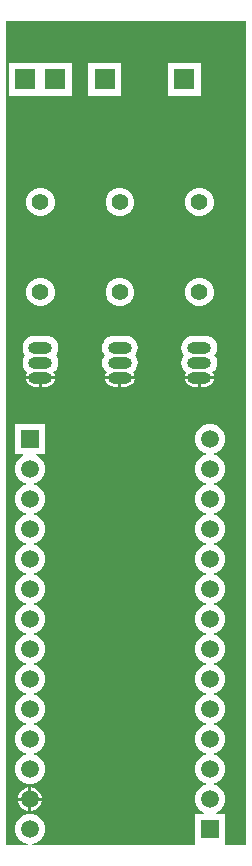
<source format=gtl>
G04*
G04 #@! TF.GenerationSoftware,Altium Limited,Altium Designer,21.8.1 (53)*
G04*
G04 Layer_Physical_Order=1*
G04 Layer_Color=255*
%FSLAX43Y43*%
%MOMM*%
G71*
G04*
G04 #@! TF.SameCoordinates,66F54AA5-4339-448A-9D2F-A4C3E20FB0C7*
G04*
G04*
G04 #@! TF.FilePolarity,Positive*
G04*
G01*
G75*
%ADD21R,1.500X1.500*%
%ADD22C,1.500*%
%ADD23O,2.000X1.000*%
%ADD24O,2.000X1.000*%
%ADD25C,1.400*%
%ADD26R,1.778X1.778*%
G36*
X20943Y647D02*
X19166D01*
X19165Y774D01*
Y3290D01*
X18457D01*
X18422Y3417D01*
X18679Y3565D01*
X18914Y3800D01*
X19079Y4086D01*
X19165Y4406D01*
Y4738D01*
X19079Y5058D01*
X18914Y5344D01*
X18679Y5579D01*
X18393Y5744D01*
X18273Y5776D01*
Y5908D01*
X18393Y5940D01*
X18679Y6105D01*
X18914Y6340D01*
X19079Y6626D01*
X19165Y6946D01*
Y7278D01*
X19079Y7598D01*
X18914Y7884D01*
X18679Y8119D01*
X18393Y8284D01*
X18273Y8316D01*
Y8448D01*
X18393Y8480D01*
X18679Y8645D01*
X18914Y8880D01*
X19079Y9166D01*
X19165Y9486D01*
Y9818D01*
X19079Y10138D01*
X18914Y10424D01*
X18679Y10659D01*
X18393Y10824D01*
X18273Y10856D01*
Y10988D01*
X18393Y11020D01*
X18679Y11185D01*
X18914Y11420D01*
X19079Y11706D01*
X19165Y12026D01*
Y12358D01*
X19079Y12678D01*
X18914Y12964D01*
X18679Y13199D01*
X18393Y13364D01*
X18273Y13396D01*
Y13528D01*
X18393Y13560D01*
X18679Y13725D01*
X18914Y13960D01*
X19079Y14246D01*
X19165Y14566D01*
Y14898D01*
X19079Y15218D01*
X18914Y15504D01*
X18679Y15739D01*
X18393Y15904D01*
X18273Y15936D01*
Y16068D01*
X18393Y16100D01*
X18679Y16265D01*
X18914Y16500D01*
X19079Y16786D01*
X19165Y17106D01*
Y17438D01*
X19079Y17758D01*
X18914Y18044D01*
X18679Y18279D01*
X18393Y18444D01*
X18273Y18476D01*
Y18608D01*
X18393Y18640D01*
X18679Y18805D01*
X18914Y19040D01*
X19079Y19326D01*
X19165Y19646D01*
Y19978D01*
X19079Y20298D01*
X18914Y20584D01*
X18679Y20819D01*
X18393Y20984D01*
X18273Y21016D01*
Y21148D01*
X18393Y21180D01*
X18679Y21345D01*
X18914Y21580D01*
X19079Y21866D01*
X19165Y22186D01*
Y22518D01*
X19079Y22838D01*
X18914Y23124D01*
X18679Y23359D01*
X18393Y23524D01*
X18273Y23556D01*
Y23688D01*
X18393Y23720D01*
X18679Y23885D01*
X18914Y24120D01*
X19079Y24406D01*
X19165Y24726D01*
Y25058D01*
X19079Y25378D01*
X18914Y25664D01*
X18679Y25899D01*
X18393Y26064D01*
X18273Y26096D01*
Y26228D01*
X18393Y26260D01*
X18679Y26425D01*
X18914Y26660D01*
X19079Y26946D01*
X19165Y27266D01*
Y27598D01*
X19079Y27918D01*
X18914Y28204D01*
X18679Y28439D01*
X18393Y28604D01*
X18273Y28636D01*
Y28768D01*
X18393Y28800D01*
X18679Y28965D01*
X18914Y29200D01*
X19079Y29486D01*
X19165Y29806D01*
Y30138D01*
X19079Y30458D01*
X18914Y30744D01*
X18679Y30979D01*
X18393Y31144D01*
X18273Y31176D01*
Y31308D01*
X18393Y31340D01*
X18679Y31505D01*
X18914Y31740D01*
X19079Y32026D01*
X19165Y32346D01*
Y32678D01*
X19079Y32998D01*
X18914Y33284D01*
X18679Y33519D01*
X18393Y33684D01*
X18273Y33716D01*
Y33848D01*
X18393Y33880D01*
X18679Y34045D01*
X18914Y34280D01*
X19079Y34566D01*
X19165Y34886D01*
Y35218D01*
X19079Y35538D01*
X18914Y35824D01*
X18679Y36059D01*
X18393Y36224D01*
X18073Y36310D01*
X17741D01*
X17421Y36224D01*
X17135Y36059D01*
X16900Y35824D01*
X16735Y35538D01*
X16649Y35218D01*
Y34886D01*
X16735Y34566D01*
X16900Y34280D01*
X17135Y34045D01*
X17421Y33880D01*
X17541Y33848D01*
Y33716D01*
X17421Y33684D01*
X17135Y33519D01*
X16900Y33284D01*
X16735Y32998D01*
X16649Y32678D01*
Y32346D01*
X16735Y32026D01*
X16900Y31740D01*
X17135Y31505D01*
X17421Y31340D01*
X17541Y31308D01*
Y31176D01*
X17421Y31144D01*
X17135Y30979D01*
X16900Y30744D01*
X16735Y30458D01*
X16649Y30138D01*
Y29806D01*
X16735Y29486D01*
X16900Y29200D01*
X17135Y28965D01*
X17421Y28800D01*
X17541Y28768D01*
Y28636D01*
X17421Y28604D01*
X17135Y28439D01*
X16900Y28204D01*
X16735Y27918D01*
X16649Y27598D01*
Y27266D01*
X16735Y26946D01*
X16900Y26660D01*
X17135Y26425D01*
X17421Y26260D01*
X17541Y26228D01*
Y26096D01*
X17421Y26064D01*
X17135Y25899D01*
X16900Y25664D01*
X16735Y25378D01*
X16649Y25058D01*
Y24726D01*
X16735Y24406D01*
X16900Y24120D01*
X17135Y23885D01*
X17421Y23720D01*
X17541Y23688D01*
Y23556D01*
X17421Y23524D01*
X17135Y23359D01*
X16900Y23124D01*
X16735Y22838D01*
X16649Y22518D01*
Y22186D01*
X16735Y21866D01*
X16900Y21580D01*
X17135Y21345D01*
X17421Y21180D01*
X17541Y21148D01*
Y21016D01*
X17421Y20984D01*
X17135Y20819D01*
X16900Y20584D01*
X16735Y20298D01*
X16649Y19978D01*
Y19646D01*
X16735Y19326D01*
X16900Y19040D01*
X17135Y18805D01*
X17421Y18640D01*
X17541Y18608D01*
Y18476D01*
X17421Y18444D01*
X17135Y18279D01*
X16900Y18044D01*
X16735Y17758D01*
X16649Y17438D01*
Y17106D01*
X16735Y16786D01*
X16900Y16500D01*
X17135Y16265D01*
X17421Y16100D01*
X17541Y16068D01*
Y15936D01*
X17421Y15904D01*
X17135Y15739D01*
X16900Y15504D01*
X16735Y15218D01*
X16649Y14898D01*
Y14566D01*
X16735Y14246D01*
X16900Y13960D01*
X17135Y13725D01*
X17421Y13560D01*
X17541Y13528D01*
Y13396D01*
X17421Y13364D01*
X17135Y13199D01*
X16900Y12964D01*
X16735Y12678D01*
X16649Y12358D01*
Y12026D01*
X16735Y11706D01*
X16900Y11420D01*
X17135Y11185D01*
X17421Y11020D01*
X17541Y10988D01*
Y10856D01*
X17421Y10824D01*
X17135Y10659D01*
X16900Y10424D01*
X16735Y10138D01*
X16649Y9818D01*
Y9486D01*
X16735Y9166D01*
X16900Y8880D01*
X17135Y8645D01*
X17421Y8480D01*
X17541Y8448D01*
Y8316D01*
X17421Y8284D01*
X17135Y8119D01*
X16900Y7884D01*
X16735Y7598D01*
X16649Y7278D01*
Y6946D01*
X16735Y6626D01*
X16900Y6340D01*
X17135Y6105D01*
X17421Y5940D01*
X17541Y5908D01*
Y5776D01*
X17421Y5744D01*
X17135Y5579D01*
X16900Y5344D01*
X16735Y5058D01*
X16649Y4738D01*
Y4406D01*
X16735Y4086D01*
X16900Y3800D01*
X17135Y3565D01*
X17392Y3417D01*
X17357Y3290D01*
X16649D01*
Y774D01*
X16648Y647D01*
X2834D01*
X2833Y774D01*
X3153Y860D01*
X3439Y1025D01*
X3674Y1260D01*
X3839Y1546D01*
X3925Y1866D01*
Y2198D01*
X3839Y2518D01*
X3674Y2804D01*
X3439Y3039D01*
X3153Y3204D01*
X2833Y3290D01*
X2501D01*
X2181Y3204D01*
X1895Y3039D01*
X1660Y2804D01*
X1495Y2518D01*
X1409Y2198D01*
Y1866D01*
X1495Y1546D01*
X1660Y1260D01*
X1895Y1025D01*
X2181Y860D01*
X2501Y774D01*
X2500Y647D01*
X647D01*
Y70473D01*
X20943D01*
X20943Y647D01*
D02*
G37*
%LPC*%
G36*
X17140Y66929D02*
X14347D01*
Y64135D01*
X17140D01*
Y66929D01*
D02*
G37*
G36*
X10414D02*
X7620D01*
Y64135D01*
X10414D01*
Y66929D01*
D02*
G37*
G36*
X6227D02*
X893D01*
Y64135D01*
X6227D01*
Y66929D01*
D02*
G37*
G36*
X17173Y56326D02*
X16854D01*
X16547Y56244D01*
X16272Y56085D01*
X16047Y55860D01*
X15888Y55584D01*
X15806Y55277D01*
Y54959D01*
X15888Y54652D01*
X16047Y54376D01*
X16272Y54151D01*
X16547Y53992D01*
X16854Y53910D01*
X17173D01*
X17480Y53992D01*
X17755Y54151D01*
X17980Y54376D01*
X18139Y54652D01*
X18222Y54959D01*
Y55277D01*
X18139Y55584D01*
X17980Y55860D01*
X17755Y56085D01*
X17480Y56244D01*
X17173Y56326D01*
D02*
G37*
G36*
X10446D02*
X10128D01*
X9821Y56244D01*
X9545Y56085D01*
X9320Y55860D01*
X9161Y55584D01*
X9079Y55277D01*
Y54959D01*
X9161Y54652D01*
X9320Y54376D01*
X9545Y54151D01*
X9821Y53992D01*
X10128Y53910D01*
X10446D01*
X10753Y53992D01*
X11029Y54151D01*
X11254Y54376D01*
X11413Y54652D01*
X11495Y54959D01*
Y55277D01*
X11413Y55584D01*
X11254Y55860D01*
X11029Y56085D01*
X10753Y56244D01*
X10446Y56326D01*
D02*
G37*
G36*
X3720D02*
X3401D01*
X3094Y56244D01*
X2819Y56085D01*
X2594Y55860D01*
X2435Y55584D01*
X2352Y55277D01*
Y54959D01*
X2435Y54652D01*
X2594Y54376D01*
X2819Y54151D01*
X3094Y53992D01*
X3401Y53910D01*
X3720D01*
X4027Y53992D01*
X4302Y54151D01*
X4527Y54376D01*
X4686Y54652D01*
X4768Y54959D01*
Y55277D01*
X4686Y55584D01*
X4527Y55860D01*
X4302Y56085D01*
X4027Y56244D01*
X3720Y56326D01*
D02*
G37*
G36*
X17173Y48706D02*
X16854D01*
X16547Y48624D01*
X16272Y48465D01*
X16047Y48240D01*
X15888Y47964D01*
X15806Y47657D01*
Y47339D01*
X15888Y47032D01*
X16047Y46756D01*
X16272Y46531D01*
X16547Y46372D01*
X16854Y46290D01*
X17173D01*
X17480Y46372D01*
X17755Y46531D01*
X17980Y46756D01*
X18139Y47032D01*
X18222Y47339D01*
Y47657D01*
X18139Y47964D01*
X17980Y48240D01*
X17755Y48465D01*
X17480Y48624D01*
X17173Y48706D01*
D02*
G37*
G36*
X10446D02*
X10128D01*
X9821Y48624D01*
X9545Y48465D01*
X9320Y48240D01*
X9161Y47964D01*
X9079Y47657D01*
Y47339D01*
X9161Y47032D01*
X9320Y46756D01*
X9545Y46531D01*
X9821Y46372D01*
X10128Y46290D01*
X10446D01*
X10753Y46372D01*
X11029Y46531D01*
X11254Y46756D01*
X11413Y47032D01*
X11495Y47339D01*
Y47657D01*
X11413Y47964D01*
X11254Y48240D01*
X11029Y48465D01*
X10753Y48624D01*
X10446Y48706D01*
D02*
G37*
G36*
X3720D02*
X3401D01*
X3094Y48624D01*
X2819Y48465D01*
X2594Y48240D01*
X2435Y47964D01*
X2352Y47657D01*
Y47339D01*
X2435Y47032D01*
X2594Y46756D01*
X2819Y46531D01*
X3094Y46372D01*
X3401Y46290D01*
X3720D01*
X4027Y46372D01*
X4302Y46531D01*
X4527Y46756D01*
X4686Y47032D01*
X4768Y47339D01*
Y47657D01*
X4686Y47964D01*
X4527Y48240D01*
X4302Y48465D01*
X4027Y48624D01*
X3720Y48706D01*
D02*
G37*
G36*
X17514Y43816D02*
X16514D01*
X16250Y43781D01*
X16005Y43679D01*
X15795Y43518D01*
X15633Y43307D01*
X15531Y43062D01*
X15497Y42799D01*
X15531Y42536D01*
X15633Y42291D01*
X15730Y42164D01*
X15633Y42037D01*
X15531Y41792D01*
X15497Y41529D01*
X15531Y41266D01*
X15633Y41021D01*
X15795Y40810D01*
X15915Y40718D01*
X15855Y40639D01*
X15779Y40456D01*
X15770Y40386D01*
X18257D01*
X18248Y40456D01*
X18172Y40639D01*
X18112Y40718D01*
X18232Y40810D01*
X18394Y41021D01*
X18496Y41266D01*
X18530Y41529D01*
X18496Y41792D01*
X18394Y42037D01*
X18297Y42164D01*
X18394Y42291D01*
X18496Y42536D01*
X18530Y42799D01*
X18496Y43062D01*
X18394Y43307D01*
X18232Y43518D01*
X18022Y43679D01*
X17777Y43781D01*
X17514Y43816D01*
D02*
G37*
G36*
X10787D02*
X9787D01*
X9524Y43781D01*
X9279Y43679D01*
X9068Y43518D01*
X8907Y43307D01*
X8805Y43062D01*
X8770Y42799D01*
X8805Y42536D01*
X8907Y42291D01*
X9004Y42164D01*
X8907Y42037D01*
X8805Y41792D01*
X8770Y41529D01*
X8805Y41266D01*
X8907Y41021D01*
X9068Y40810D01*
X9189Y40718D01*
X9128Y40639D01*
X9052Y40456D01*
X9043Y40386D01*
X11531D01*
X11522Y40456D01*
X11446Y40639D01*
X11385Y40718D01*
X11506Y40810D01*
X11667Y41021D01*
X11769Y41266D01*
X11804Y41529D01*
X11769Y41792D01*
X11667Y42037D01*
X11570Y42164D01*
X11667Y42291D01*
X11769Y42536D01*
X11804Y42799D01*
X11769Y43062D01*
X11667Y43307D01*
X11506Y43518D01*
X11295Y43679D01*
X11050Y43781D01*
X10787Y43816D01*
D02*
G37*
G36*
X4061D02*
X3060D01*
X2797Y43781D01*
X2552Y43679D01*
X2342Y43518D01*
X2180Y43307D01*
X2078Y43062D01*
X2044Y42799D01*
X2078Y42536D01*
X2180Y42291D01*
X2277Y42164D01*
X2180Y42037D01*
X2078Y41792D01*
X2044Y41529D01*
X2078Y41266D01*
X2180Y41021D01*
X2342Y40810D01*
X2462Y40718D01*
X2402Y40639D01*
X2326Y40456D01*
X2317Y40386D01*
X4804D01*
X4795Y40456D01*
X4719Y40639D01*
X4659Y40718D01*
X4779Y40810D01*
X4941Y41021D01*
X5043Y41266D01*
X5077Y41529D01*
X5043Y41792D01*
X4941Y42037D01*
X4844Y42164D01*
X4941Y42291D01*
X5043Y42536D01*
X5077Y42799D01*
X5043Y43062D01*
X4941Y43307D01*
X4779Y43518D01*
X4569Y43679D01*
X4324Y43781D01*
X4061Y43816D01*
D02*
G37*
G36*
X18257Y40132D02*
X17140D01*
Y39498D01*
X17514D01*
X17710Y39524D01*
X17894Y39600D01*
X18051Y39721D01*
X18172Y39879D01*
X18248Y40062D01*
X18257Y40132D01*
D02*
G37*
G36*
X16886D02*
X15770D01*
X15779Y40062D01*
X15855Y39879D01*
X15976Y39721D01*
X16133Y39600D01*
X16317Y39524D01*
X16514Y39498D01*
X16886D01*
Y40132D01*
D02*
G37*
G36*
X11531D02*
X10414D01*
Y39498D01*
X10787D01*
X10984Y39524D01*
X11167Y39600D01*
X11325Y39721D01*
X11446Y39879D01*
X11522Y40062D01*
X11531Y40132D01*
D02*
G37*
G36*
X10160D02*
X9043D01*
X9052Y40062D01*
X9128Y39879D01*
X9249Y39721D01*
X9407Y39600D01*
X9590Y39524D01*
X9787Y39498D01*
X10160D01*
Y40132D01*
D02*
G37*
G36*
X4804D02*
X3688D01*
Y39498D01*
X4061D01*
X4257Y39524D01*
X4441Y39600D01*
X4598Y39721D01*
X4719Y39879D01*
X4795Y40062D01*
X4804Y40132D01*
D02*
G37*
G36*
X3434D02*
X2317D01*
X2326Y40062D01*
X2402Y39879D01*
X2523Y39721D01*
X2680Y39600D01*
X2864Y39524D01*
X3060Y39498D01*
X3434D01*
Y40132D01*
D02*
G37*
G36*
X3925Y36310D02*
X1409D01*
Y33794D01*
X2117D01*
X2152Y33667D01*
X1895Y33519D01*
X1660Y33284D01*
X1495Y32998D01*
X1409Y32678D01*
Y32346D01*
X1495Y32026D01*
X1660Y31740D01*
X1895Y31505D01*
X2181Y31340D01*
X2301Y31308D01*
Y31176D01*
X2181Y31144D01*
X1895Y30979D01*
X1660Y30744D01*
X1495Y30458D01*
X1409Y30138D01*
Y29806D01*
X1495Y29486D01*
X1660Y29200D01*
X1895Y28965D01*
X2181Y28800D01*
X2301Y28768D01*
Y28636D01*
X2181Y28604D01*
X1895Y28439D01*
X1660Y28204D01*
X1495Y27918D01*
X1409Y27598D01*
Y27266D01*
X1495Y26946D01*
X1660Y26660D01*
X1895Y26425D01*
X2181Y26260D01*
X2301Y26228D01*
Y26096D01*
X2181Y26064D01*
X1895Y25899D01*
X1660Y25664D01*
X1495Y25378D01*
X1409Y25058D01*
Y24726D01*
X1495Y24406D01*
X1660Y24120D01*
X1895Y23885D01*
X2181Y23720D01*
X2301Y23688D01*
Y23556D01*
X2181Y23524D01*
X1895Y23359D01*
X1660Y23124D01*
X1495Y22838D01*
X1409Y22518D01*
Y22186D01*
X1495Y21866D01*
X1660Y21580D01*
X1895Y21345D01*
X2181Y21180D01*
X2301Y21148D01*
Y21016D01*
X2181Y20984D01*
X1895Y20819D01*
X1660Y20584D01*
X1495Y20298D01*
X1409Y19978D01*
Y19646D01*
X1495Y19326D01*
X1660Y19040D01*
X1895Y18805D01*
X2181Y18640D01*
X2301Y18608D01*
Y18476D01*
X2181Y18444D01*
X1895Y18279D01*
X1660Y18044D01*
X1495Y17758D01*
X1409Y17438D01*
Y17106D01*
X1495Y16786D01*
X1660Y16500D01*
X1895Y16265D01*
X2181Y16100D01*
X2301Y16068D01*
Y15936D01*
X2181Y15904D01*
X1895Y15739D01*
X1660Y15504D01*
X1495Y15218D01*
X1409Y14898D01*
Y14566D01*
X1495Y14246D01*
X1660Y13960D01*
X1895Y13725D01*
X2181Y13560D01*
X2301Y13528D01*
Y13396D01*
X2181Y13364D01*
X1895Y13199D01*
X1660Y12964D01*
X1495Y12678D01*
X1409Y12358D01*
Y12026D01*
X1495Y11706D01*
X1660Y11420D01*
X1895Y11185D01*
X2181Y11020D01*
X2301Y10988D01*
Y10856D01*
X2181Y10824D01*
X1895Y10659D01*
X1660Y10424D01*
X1495Y10138D01*
X1409Y9818D01*
Y9486D01*
X1495Y9166D01*
X1660Y8880D01*
X1895Y8645D01*
X2181Y8480D01*
X2301Y8448D01*
Y8316D01*
X2181Y8284D01*
X1895Y8119D01*
X1660Y7884D01*
X1495Y7598D01*
X1409Y7278D01*
Y6946D01*
X1495Y6626D01*
X1660Y6340D01*
X1895Y6105D01*
X2181Y5940D01*
X2501Y5854D01*
X2833D01*
X3153Y5940D01*
X3439Y6105D01*
X3674Y6340D01*
X3839Y6626D01*
X3925Y6946D01*
Y7278D01*
X3839Y7598D01*
X3674Y7884D01*
X3439Y8119D01*
X3153Y8284D01*
X3033Y8316D01*
Y8448D01*
X3153Y8480D01*
X3439Y8645D01*
X3674Y8880D01*
X3839Y9166D01*
X3925Y9486D01*
Y9818D01*
X3839Y10138D01*
X3674Y10424D01*
X3439Y10659D01*
X3153Y10824D01*
X3033Y10856D01*
Y10988D01*
X3153Y11020D01*
X3439Y11185D01*
X3674Y11420D01*
X3839Y11706D01*
X3925Y12026D01*
Y12358D01*
X3839Y12678D01*
X3674Y12964D01*
X3439Y13199D01*
X3153Y13364D01*
X3033Y13396D01*
Y13528D01*
X3153Y13560D01*
X3439Y13725D01*
X3674Y13960D01*
X3839Y14246D01*
X3925Y14566D01*
Y14898D01*
X3839Y15218D01*
X3674Y15504D01*
X3439Y15739D01*
X3153Y15904D01*
X3033Y15936D01*
Y16068D01*
X3153Y16100D01*
X3439Y16265D01*
X3674Y16500D01*
X3839Y16786D01*
X3925Y17106D01*
Y17438D01*
X3839Y17758D01*
X3674Y18044D01*
X3439Y18279D01*
X3153Y18444D01*
X3033Y18476D01*
Y18608D01*
X3153Y18640D01*
X3439Y18805D01*
X3674Y19040D01*
X3839Y19326D01*
X3925Y19646D01*
Y19978D01*
X3839Y20298D01*
X3674Y20584D01*
X3439Y20819D01*
X3153Y20984D01*
X3033Y21016D01*
Y21148D01*
X3153Y21180D01*
X3439Y21345D01*
X3674Y21580D01*
X3839Y21866D01*
X3925Y22186D01*
Y22518D01*
X3839Y22838D01*
X3674Y23124D01*
X3439Y23359D01*
X3153Y23524D01*
X3033Y23556D01*
Y23688D01*
X3153Y23720D01*
X3439Y23885D01*
X3674Y24120D01*
X3839Y24406D01*
X3925Y24726D01*
Y25058D01*
X3839Y25378D01*
X3674Y25664D01*
X3439Y25899D01*
X3153Y26064D01*
X3033Y26096D01*
Y26228D01*
X3153Y26260D01*
X3439Y26425D01*
X3674Y26660D01*
X3839Y26946D01*
X3925Y27266D01*
Y27598D01*
X3839Y27918D01*
X3674Y28204D01*
X3439Y28439D01*
X3153Y28604D01*
X3033Y28636D01*
Y28768D01*
X3153Y28800D01*
X3439Y28965D01*
X3674Y29200D01*
X3839Y29486D01*
X3925Y29806D01*
Y30138D01*
X3839Y30458D01*
X3674Y30744D01*
X3439Y30979D01*
X3153Y31144D01*
X3033Y31176D01*
Y31308D01*
X3153Y31340D01*
X3439Y31505D01*
X3674Y31740D01*
X3839Y32026D01*
X3925Y32346D01*
Y32678D01*
X3839Y32998D01*
X3674Y33284D01*
X3439Y33519D01*
X3182Y33667D01*
X3217Y33794D01*
X3925D01*
Y36310D01*
D02*
G37*
G36*
X2799Y5576D02*
X2794D01*
Y4699D01*
X3671D01*
Y4704D01*
X3603Y4960D01*
X3470Y5188D01*
X3283Y5375D01*
X3055Y5508D01*
X2799Y5576D01*
D02*
G37*
G36*
X2540D02*
X2535D01*
X2279Y5508D01*
X2051Y5375D01*
X1864Y5188D01*
X1731Y4960D01*
X1663Y4704D01*
Y4699D01*
X2540D01*
Y5576D01*
D02*
G37*
G36*
X3671Y4445D02*
X2794D01*
Y3568D01*
X2799D01*
X3055Y3636D01*
X3283Y3769D01*
X3470Y3956D01*
X3603Y4184D01*
X3671Y4440D01*
Y4445D01*
D02*
G37*
G36*
X2540D02*
X1663D01*
Y4440D01*
X1731Y4184D01*
X1864Y3956D01*
X2051Y3769D01*
X2279Y3636D01*
X2535Y3568D01*
X2540D01*
Y4445D01*
D02*
G37*
%LPD*%
D21*
X2667Y35052D02*
D03*
X17907Y2032D02*
D03*
D22*
X2667Y32512D02*
D03*
Y29972D02*
D03*
Y27432D02*
D03*
Y24892D02*
D03*
Y22352D02*
D03*
Y19812D02*
D03*
Y17272D02*
D03*
Y14732D02*
D03*
Y12192D02*
D03*
Y9652D02*
D03*
Y7112D02*
D03*
Y4572D02*
D03*
Y2032D02*
D03*
X17907Y4572D02*
D03*
Y7112D02*
D03*
Y9652D02*
D03*
Y12192D02*
D03*
Y14732D02*
D03*
Y17272D02*
D03*
Y19812D02*
D03*
Y22352D02*
D03*
Y24892D02*
D03*
Y27432D02*
D03*
Y29972D02*
D03*
Y32512D02*
D03*
Y35052D02*
D03*
D23*
X3560Y40259D02*
D03*
Y41529D02*
D03*
X10287Y40259D02*
D03*
Y41529D02*
D03*
X17014Y40259D02*
D03*
Y41529D02*
D03*
D24*
X3560Y42799D02*
D03*
X10287D02*
D03*
X17014D02*
D03*
D25*
X10287Y47498D02*
D03*
Y55118D02*
D03*
X3560Y47498D02*
D03*
Y55118D02*
D03*
X17014Y47498D02*
D03*
Y55118D02*
D03*
D26*
X4831Y65532D02*
D03*
X2290D02*
D03*
X9017D02*
D03*
X15743D02*
D03*
M02*

</source>
